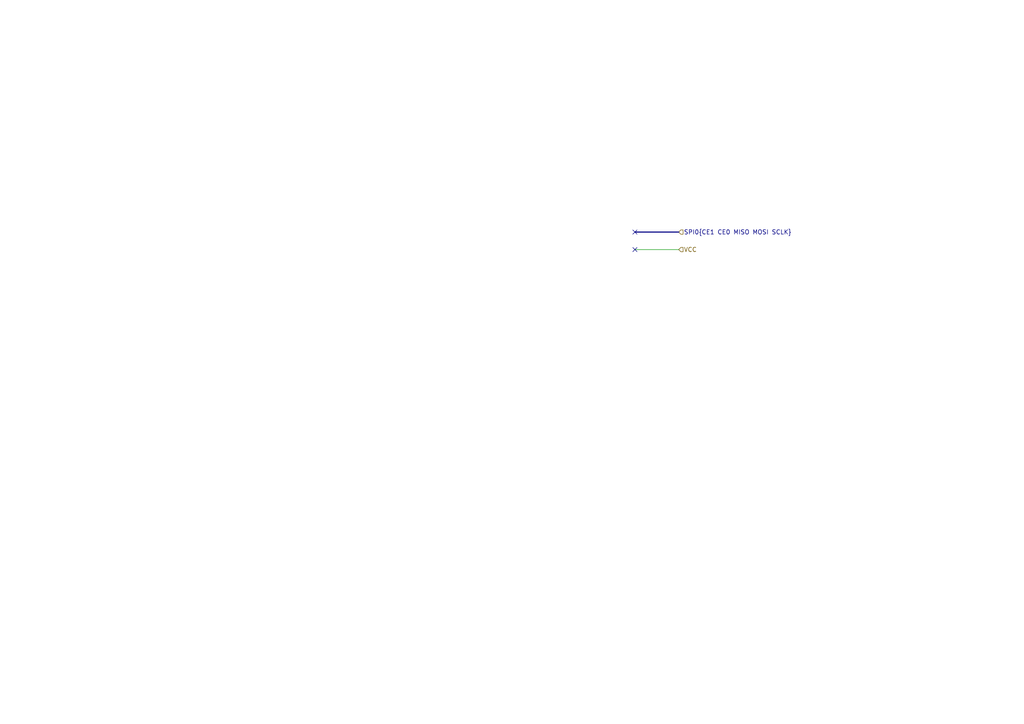
<source format=kicad_sch>
(kicad_sch (version 20211123) (generator eeschema)
  (paper "A4")
  (lib_symbols)
  (no_connect (at 184.15 67.31))
  (no_connect (at 184.15 72.39))
  (wire (pts (xy 184.15 72.39) (xy 196.85 72.39)))
  (bus (pts (xy 184.15 67.31) (xy 196.85 67.31)))
  (hierarchical_label "SPI0{CE1 CE0 MISO MOSI SCLK}" (shape input) (at 196.85 67.31 0))
  (hierarchical_label "VCC" (shape input) (at 196.85 72.39 0))
)
</source>
